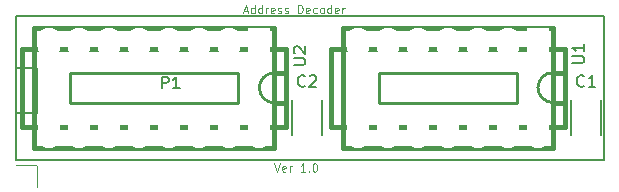
<source format=gto>
G04 #@! TF.FileFunction,Legend,Top*
%FSLAX46Y46*%
G04 Gerber Fmt 4.6, Leading zero omitted, Abs format (unit mm)*
G04 Created by KiCad (PCBNEW 4.0.2-stable) date 5/20/2016 6:39:27 AM*
%MOMM*%
G01*
G04 APERTURE LIST*
%ADD10C,0.100000*%
%ADD11C,0.150000*%
%ADD12C,0.254000*%
%ADD13C,0.381000*%
%ADD14R,2.100000X2.100000*%
%ADD15C,2.000000*%
%ADD16R,1.901140X2.599640*%
%ADD17O,1.901140X2.599640*%
%ADD18R,1.700000X1.700000*%
%ADD19C,1.700000*%
G04 APERTURE END LIST*
D10*
X151540601Y-96720867D02*
X151773934Y-97420867D01*
X152007267Y-96720867D01*
X152507267Y-97387533D02*
X152440601Y-97420867D01*
X152307267Y-97420867D01*
X152240601Y-97387533D01*
X152207267Y-97320867D01*
X152207267Y-97054200D01*
X152240601Y-96987533D01*
X152307267Y-96954200D01*
X152440601Y-96954200D01*
X152507267Y-96987533D01*
X152540601Y-97054200D01*
X152540601Y-97120867D01*
X152207267Y-97187533D01*
X152840601Y-97420867D02*
X152840601Y-96954200D01*
X152840601Y-97087533D02*
X152873934Y-97020867D01*
X152907267Y-96987533D01*
X152973934Y-96954200D01*
X153040601Y-96954200D01*
X154173933Y-97420867D02*
X153773933Y-97420867D01*
X153973933Y-97420867D02*
X153973933Y-96720867D01*
X153907267Y-96820867D01*
X153840600Y-96887533D01*
X153773933Y-96920867D01*
X154473934Y-97354200D02*
X154507267Y-97387533D01*
X154473934Y-97420867D01*
X154440600Y-97387533D01*
X154473934Y-97354200D01*
X154473934Y-97420867D01*
X154940600Y-96720867D02*
X155007267Y-96720867D01*
X155073933Y-96754200D01*
X155107267Y-96787533D01*
X155140600Y-96854200D01*
X155173933Y-96987533D01*
X155173933Y-97154200D01*
X155140600Y-97287533D01*
X155107267Y-97354200D01*
X155073933Y-97387533D01*
X155007267Y-97420867D01*
X154940600Y-97420867D01*
X154873933Y-97387533D01*
X154840600Y-97354200D01*
X154807267Y-97287533D01*
X154773933Y-97154200D01*
X154773933Y-96987533D01*
X154807267Y-96854200D01*
X154840600Y-96787533D01*
X154873933Y-96754200D01*
X154940600Y-96720867D01*
X148937401Y-83809667D02*
X149270735Y-83809667D01*
X148870735Y-84009667D02*
X149104068Y-83309667D01*
X149337401Y-84009667D01*
X149870735Y-84009667D02*
X149870735Y-83309667D01*
X149870735Y-83976333D02*
X149804068Y-84009667D01*
X149670735Y-84009667D01*
X149604068Y-83976333D01*
X149570735Y-83943000D01*
X149537401Y-83876333D01*
X149537401Y-83676333D01*
X149570735Y-83609667D01*
X149604068Y-83576333D01*
X149670735Y-83543000D01*
X149804068Y-83543000D01*
X149870735Y-83576333D01*
X150504068Y-84009667D02*
X150504068Y-83309667D01*
X150504068Y-83976333D02*
X150437401Y-84009667D01*
X150304068Y-84009667D01*
X150237401Y-83976333D01*
X150204068Y-83943000D01*
X150170734Y-83876333D01*
X150170734Y-83676333D01*
X150204068Y-83609667D01*
X150237401Y-83576333D01*
X150304068Y-83543000D01*
X150437401Y-83543000D01*
X150504068Y-83576333D01*
X150837401Y-84009667D02*
X150837401Y-83543000D01*
X150837401Y-83676333D02*
X150870734Y-83609667D01*
X150904067Y-83576333D01*
X150970734Y-83543000D01*
X151037401Y-83543000D01*
X151537400Y-83976333D02*
X151470734Y-84009667D01*
X151337400Y-84009667D01*
X151270734Y-83976333D01*
X151237400Y-83909667D01*
X151237400Y-83643000D01*
X151270734Y-83576333D01*
X151337400Y-83543000D01*
X151470734Y-83543000D01*
X151537400Y-83576333D01*
X151570734Y-83643000D01*
X151570734Y-83709667D01*
X151237400Y-83776333D01*
X151837400Y-83976333D02*
X151904067Y-84009667D01*
X152037400Y-84009667D01*
X152104067Y-83976333D01*
X152137400Y-83909667D01*
X152137400Y-83876333D01*
X152104067Y-83809667D01*
X152037400Y-83776333D01*
X151937400Y-83776333D01*
X151870734Y-83743000D01*
X151837400Y-83676333D01*
X151837400Y-83643000D01*
X151870734Y-83576333D01*
X151937400Y-83543000D01*
X152037400Y-83543000D01*
X152104067Y-83576333D01*
X152404067Y-83976333D02*
X152470734Y-84009667D01*
X152604067Y-84009667D01*
X152670734Y-83976333D01*
X152704067Y-83909667D01*
X152704067Y-83876333D01*
X152670734Y-83809667D01*
X152604067Y-83776333D01*
X152504067Y-83776333D01*
X152437401Y-83743000D01*
X152404067Y-83676333D01*
X152404067Y-83643000D01*
X152437401Y-83576333D01*
X152504067Y-83543000D01*
X152604067Y-83543000D01*
X152670734Y-83576333D01*
X153537401Y-84009667D02*
X153537401Y-83309667D01*
X153704067Y-83309667D01*
X153804067Y-83343000D01*
X153870734Y-83409667D01*
X153904067Y-83476333D01*
X153937401Y-83609667D01*
X153937401Y-83709667D01*
X153904067Y-83843000D01*
X153870734Y-83909667D01*
X153804067Y-83976333D01*
X153704067Y-84009667D01*
X153537401Y-84009667D01*
X154504067Y-83976333D02*
X154437401Y-84009667D01*
X154304067Y-84009667D01*
X154237401Y-83976333D01*
X154204067Y-83909667D01*
X154204067Y-83643000D01*
X154237401Y-83576333D01*
X154304067Y-83543000D01*
X154437401Y-83543000D01*
X154504067Y-83576333D01*
X154537401Y-83643000D01*
X154537401Y-83709667D01*
X154204067Y-83776333D01*
X155137401Y-83976333D02*
X155070734Y-84009667D01*
X154937401Y-84009667D01*
X154870734Y-83976333D01*
X154837401Y-83943000D01*
X154804067Y-83876333D01*
X154804067Y-83676333D01*
X154837401Y-83609667D01*
X154870734Y-83576333D01*
X154937401Y-83543000D01*
X155070734Y-83543000D01*
X155137401Y-83576333D01*
X155537401Y-84009667D02*
X155470734Y-83976333D01*
X155437401Y-83943000D01*
X155404067Y-83876333D01*
X155404067Y-83676333D01*
X155437401Y-83609667D01*
X155470734Y-83576333D01*
X155537401Y-83543000D01*
X155637401Y-83543000D01*
X155704067Y-83576333D01*
X155737401Y-83609667D01*
X155770734Y-83676333D01*
X155770734Y-83876333D01*
X155737401Y-83943000D01*
X155704067Y-83976333D01*
X155637401Y-84009667D01*
X155537401Y-84009667D01*
X156370734Y-84009667D02*
X156370734Y-83309667D01*
X156370734Y-83976333D02*
X156304067Y-84009667D01*
X156170734Y-84009667D01*
X156104067Y-83976333D01*
X156070734Y-83943000D01*
X156037400Y-83876333D01*
X156037400Y-83676333D01*
X156070734Y-83609667D01*
X156104067Y-83576333D01*
X156170734Y-83543000D01*
X156304067Y-83543000D01*
X156370734Y-83576333D01*
X156970733Y-83976333D02*
X156904067Y-84009667D01*
X156770733Y-84009667D01*
X156704067Y-83976333D01*
X156670733Y-83909667D01*
X156670733Y-83643000D01*
X156704067Y-83576333D01*
X156770733Y-83543000D01*
X156904067Y-83543000D01*
X156970733Y-83576333D01*
X157004067Y-83643000D01*
X157004067Y-83709667D01*
X156670733Y-83776333D01*
X157304067Y-84009667D02*
X157304067Y-83543000D01*
X157304067Y-83676333D02*
X157337400Y-83609667D01*
X157370733Y-83576333D01*
X157437400Y-83543000D01*
X157504067Y-83543000D01*
D11*
X131445000Y-98679000D02*
X131445000Y-96901000D01*
X131445000Y-96901000D02*
X129667000Y-96901000D01*
X129679000Y-88667000D02*
X131429000Y-88667000D01*
X131429000Y-88667000D02*
X131429000Y-92417000D01*
X131429000Y-92417000D02*
X129679000Y-92417000D01*
X129637000Y-84221000D02*
X179421000Y-84221000D01*
X179421000Y-84221000D02*
X179421000Y-96413000D01*
X179421000Y-96413000D02*
X129637000Y-96413000D01*
X129637000Y-96413000D02*
X129637000Y-84221000D01*
D12*
X134264400Y-89052400D02*
X148488400Y-89052400D01*
X148488400Y-91592400D02*
X134264400Y-91592400D01*
D13*
X131216400Y-95402400D02*
X151536400Y-95402400D01*
X151536400Y-85242400D02*
X131216400Y-85242400D01*
X130200400Y-87020400D02*
X152552400Y-87020400D01*
X152552400Y-93624400D02*
X130200400Y-93624400D01*
D12*
X150266400Y-90322400D02*
G75*
G03X151536400Y-91592400I1270000J0D01*
G01*
X151536400Y-89052400D02*
G75*
G03X150266400Y-90322400I0J-1270000D01*
G01*
D13*
X151536400Y-89052400D02*
X152552400Y-89052400D01*
X151536400Y-91592400D02*
X152552400Y-91592400D01*
D12*
X148488400Y-91592400D02*
X148488400Y-89052400D01*
X134264400Y-89052400D02*
X134264400Y-91592400D01*
D13*
X131216400Y-95402400D02*
X131216400Y-85242400D01*
X151536400Y-85242400D02*
X151536400Y-95402400D01*
X130200400Y-93624400D02*
X130200400Y-87020400D01*
X152552400Y-87020400D02*
X152552400Y-93624400D01*
X157353000Y-95377000D02*
X175133000Y-95377000D01*
X175133000Y-85217000D02*
X157353000Y-85217000D01*
X156337000Y-86995000D02*
X176149000Y-86995000D01*
X176149000Y-93599000D02*
X156337000Y-93599000D01*
D12*
X160401000Y-89027000D02*
X172085000Y-89027000D01*
X172085000Y-91567000D02*
X160401000Y-91567000D01*
X173863000Y-90297000D02*
G75*
G03X175133000Y-91567000I1270000J0D01*
G01*
X175133000Y-89027000D02*
G75*
G03X173863000Y-90297000I0J-1270000D01*
G01*
D13*
X175133000Y-89027000D02*
X176149000Y-89027000D01*
X175133000Y-91567000D02*
X176149000Y-91567000D01*
D12*
X172085000Y-91567000D02*
X172085000Y-89027000D01*
X160401000Y-89027000D02*
X160401000Y-91567000D01*
D13*
X157353000Y-95377000D02*
X157353000Y-85217000D01*
X175133000Y-85217000D02*
X175133000Y-95377000D01*
X156337000Y-93599000D02*
X156337000Y-86995000D01*
X176149000Y-86995000D02*
X176149000Y-93599000D01*
D11*
X176677000Y-94357000D02*
X176677000Y-91357000D01*
X179177000Y-91357000D02*
X179177000Y-94357000D01*
X153055000Y-94357000D02*
X153055000Y-91357000D01*
X155555000Y-91357000D02*
X155555000Y-94357000D01*
X142009905Y-90368381D02*
X142009905Y-89368381D01*
X142390858Y-89368381D01*
X142486096Y-89416000D01*
X142533715Y-89463619D01*
X142581334Y-89558857D01*
X142581334Y-89701714D01*
X142533715Y-89796952D01*
X142486096Y-89844571D01*
X142390858Y-89892190D01*
X142009905Y-89892190D01*
X143533715Y-90368381D02*
X142962286Y-90368381D01*
X143248000Y-90368381D02*
X143248000Y-89368381D01*
X143152762Y-89511238D01*
X143057524Y-89606476D01*
X142962286Y-89654095D01*
X153173181Y-88391905D02*
X153982705Y-88391905D01*
X154077943Y-88344286D01*
X154125562Y-88296667D01*
X154173181Y-88201429D01*
X154173181Y-88010952D01*
X154125562Y-87915714D01*
X154077943Y-87868095D01*
X153982705Y-87820476D01*
X153173181Y-87820476D01*
X153268419Y-87391905D02*
X153220800Y-87344286D01*
X153173181Y-87249048D01*
X153173181Y-87010952D01*
X153220800Y-86915714D01*
X153268419Y-86868095D01*
X153363657Y-86820476D01*
X153458895Y-86820476D01*
X153601752Y-86868095D01*
X154173181Y-87439524D01*
X154173181Y-86820476D01*
X176769781Y-88214105D02*
X177579305Y-88214105D01*
X177674543Y-88166486D01*
X177722162Y-88118867D01*
X177769781Y-88023629D01*
X177769781Y-87833152D01*
X177722162Y-87737914D01*
X177674543Y-87690295D01*
X177579305Y-87642676D01*
X176769781Y-87642676D01*
X177769781Y-86642676D02*
X177769781Y-87214105D01*
X177769781Y-86928391D02*
X176769781Y-86928391D01*
X176912638Y-87023629D01*
X177007876Y-87118867D01*
X177055495Y-87214105D01*
X177760334Y-90146143D02*
X177712715Y-90193762D01*
X177569858Y-90241381D01*
X177474620Y-90241381D01*
X177331762Y-90193762D01*
X177236524Y-90098524D01*
X177188905Y-90003286D01*
X177141286Y-89812810D01*
X177141286Y-89669952D01*
X177188905Y-89479476D01*
X177236524Y-89384238D01*
X177331762Y-89289000D01*
X177474620Y-89241381D01*
X177569858Y-89241381D01*
X177712715Y-89289000D01*
X177760334Y-89336619D01*
X178712715Y-90241381D02*
X178141286Y-90241381D01*
X178427000Y-90241381D02*
X178427000Y-89241381D01*
X178331762Y-89384238D01*
X178236524Y-89479476D01*
X178141286Y-89527095D01*
X154138334Y-90146143D02*
X154090715Y-90193762D01*
X153947858Y-90241381D01*
X153852620Y-90241381D01*
X153709762Y-90193762D01*
X153614524Y-90098524D01*
X153566905Y-90003286D01*
X153519286Y-89812810D01*
X153519286Y-89669952D01*
X153566905Y-89479476D01*
X153614524Y-89384238D01*
X153709762Y-89289000D01*
X153852620Y-89241381D01*
X153947858Y-89241381D01*
X154090715Y-89289000D01*
X154138334Y-89336619D01*
X154519286Y-89336619D02*
X154566905Y-89289000D01*
X154662143Y-89241381D01*
X154900239Y-89241381D01*
X154995477Y-89289000D01*
X155043096Y-89336619D01*
X155090715Y-89431857D01*
X155090715Y-89527095D01*
X155043096Y-89669952D01*
X154471667Y-90241381D01*
X155090715Y-90241381D01*
%LPC*%
D14*
X130399000Y-97937000D03*
D15*
X132939000Y-97937000D03*
X135479000Y-97937000D03*
X138019000Y-97937000D03*
X140559000Y-97937000D03*
X143099000Y-97937000D03*
X145639000Y-97937000D03*
X148179000Y-97937000D03*
X158339000Y-97937000D03*
X160879000Y-97937000D03*
X163419000Y-97937000D03*
X165959000Y-97937000D03*
X168499000Y-97937000D03*
X171039000Y-97937000D03*
X173579000Y-97937000D03*
X176119000Y-97937000D03*
X178659000Y-97937000D03*
X178659000Y-82697000D03*
X176119000Y-82697000D03*
X173579000Y-82697000D03*
X171039000Y-82697000D03*
X168499000Y-82697000D03*
X165959000Y-82697000D03*
X163419000Y-82697000D03*
X160879000Y-82697000D03*
X158339000Y-82697000D03*
X148179000Y-82697000D03*
X145639000Y-82697000D03*
X143099000Y-82697000D03*
X140559000Y-82697000D03*
X138019000Y-82697000D03*
X135479000Y-82697000D03*
X132939000Y-82697000D03*
X130399000Y-82697000D03*
D16*
X150266400Y-86512400D03*
D17*
X147726400Y-86512400D03*
X145186400Y-86512400D03*
X142646400Y-86512400D03*
X140106400Y-86512400D03*
X137566400Y-86512400D03*
X135026400Y-86512400D03*
X132486400Y-86512400D03*
X132486400Y-94132400D03*
X135026400Y-94132400D03*
X137566400Y-94132400D03*
X140106400Y-94132400D03*
X142646400Y-94132400D03*
X145186400Y-94132400D03*
X147726400Y-94132400D03*
X150266400Y-94132400D03*
D16*
X173863000Y-86487000D03*
D17*
X171323000Y-86487000D03*
X168783000Y-86487000D03*
X166243000Y-86487000D03*
X163703000Y-86487000D03*
X161163000Y-86487000D03*
X158623000Y-86487000D03*
X158623000Y-94107000D03*
X161163000Y-94107000D03*
X163703000Y-94107000D03*
X166243000Y-94107000D03*
X168783000Y-94107000D03*
X171323000Y-94107000D03*
X173863000Y-94107000D03*
D18*
X177927000Y-94107000D03*
D19*
X177927000Y-91607000D03*
D18*
X154305000Y-94107000D03*
D19*
X154305000Y-91607000D03*
M02*

</source>
